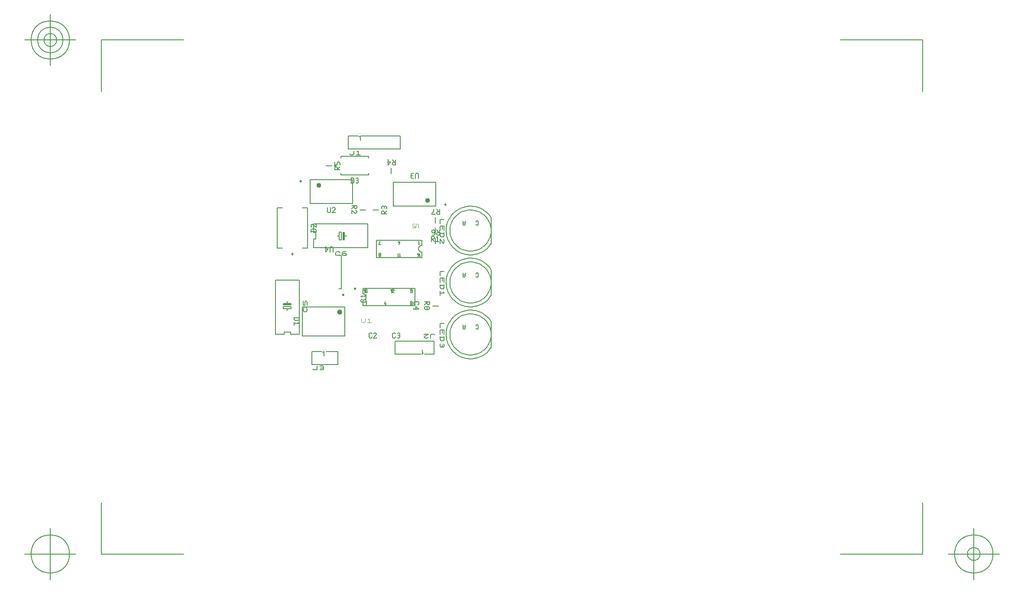
<source format=gbr>
G04 Generated by Ultiboard 13.0 *
%FSLAX34Y34*%
%MOMM*%

%ADD10C,0.0001*%
%ADD11C,0.2032*%
%ADD12C,0.1556*%
%ADD13C,0.5000*%
%ADD14C,0.2000*%
%ADD15C,0.2500*%
%ADD16C,0.0010*%
%ADD17C,0.0706*%
%ADD18C,0.1270*%
%ADD19C,0.95000*%


G04 ColorRGB FFFF00 for the following layer *
%LNSilkscreen Top*%
%LPD*%
G54D10*
G54D11*
X397964Y479354D02*
X399475Y476532D01*
X399475Y473710D01*
X397964Y470888D01*
X393428Y470888D01*
X391916Y473710D01*
X391916Y476532D01*
X393428Y479354D01*
X391916Y492054D02*
X391916Y483588D01*
X394940Y483588D01*
X394940Y489232D01*
X396452Y492054D01*
X397964Y492054D01*
X399475Y489232D01*
X399475Y483588D01*
X337397Y533400D02*
X337397Y427567D01*
X383963Y427567D02*
X383963Y533400D01*
X354330Y431800D02*
X367030Y431800D01*
X367030Y427567D02*
X383963Y427567D01*
X367030Y431800D02*
X367030Y427567D01*
X337397Y427567D02*
X354330Y427567D01*
X354330Y431800D01*
X360680Y487680D02*
X360680Y491490D01*
X368300Y477520D02*
X353060Y477520D01*
X353060Y485140D02*
X368300Y485140D01*
X353060Y481330D02*
X368300Y481330D01*
X353060Y486410D02*
X368300Y486410D01*
X368300Y487680D02*
X353060Y487680D01*
X360680Y477520D02*
X360680Y473710D01*
X383963Y533400D02*
X337397Y533400D01*
X368300Y481330D02*
X368300Y477520D01*
X353060Y481330D02*
X353060Y477520D01*
X410351Y358956D02*
X413173Y357445D01*
X415996Y357445D01*
X418818Y358956D01*
X418818Y365004D01*
X424462Y364248D02*
X425873Y365004D01*
X428696Y365004D01*
X431518Y363492D01*
X431518Y361980D01*
X430107Y361224D01*
X431518Y360468D01*
X431518Y358956D01*
X428696Y357445D01*
X425873Y357445D01*
X424462Y358200D01*
X425873Y361224D02*
X430107Y361224D01*
X459740Y368300D02*
X408940Y368300D01*
X427990Y393700D02*
X408940Y393700D01*
X408940Y368300D01*
X459740Y393700D02*
X436457Y393700D01*
X432223Y393700D02*
X432223Y385233D01*
X430107Y391583D02*
X432223Y393700D01*
X459740Y393700D02*
X459740Y368300D01*
X461460Y516140D02*
X466710Y516140D01*
X461460Y581140D02*
X466710Y581140D01*
X466710Y516140D02*
X466710Y581140D01*
X610028Y483067D02*
X508428Y483067D01*
X508428Y516933D02*
X610028Y516933D01*
X508428Y493650D02*
X508981Y493674D01*
X509531Y493747D01*
X510071Y493867D01*
X510600Y494033D01*
X511111Y494245D01*
X511603Y494501D01*
X512070Y494799D01*
X512510Y495136D01*
X512918Y495510D01*
X513292Y495919D01*
X513629Y496358D01*
X513927Y496825D01*
X514183Y497317D01*
X514395Y497829D01*
X514561Y498357D01*
X514681Y498898D01*
X514754Y499447D01*
X514778Y500000D01*
X514754Y500554D01*
X514681Y501103D01*
X514561Y501644D01*
X514395Y502172D01*
X514183Y502684D01*
X513927Y503175D01*
X513629Y503643D01*
X513292Y504082D01*
X512918Y504490D01*
X512510Y504865D01*
X512070Y505202D01*
X511603Y505500D01*
X511111Y505755D01*
X510600Y505967D01*
X510071Y506134D01*
X509530Y506254D01*
X508981Y506326D01*
X508428Y506350D01*
X516894Y513546D02*
X516888Y513694D01*
X516868Y513840D01*
X516836Y513985D01*
X516792Y514125D01*
X516736Y514262D01*
X516667Y514393D01*
X516588Y514518D01*
X516498Y514635D01*
X516398Y514744D01*
X516289Y514843D01*
X516172Y514933D01*
X516048Y515013D01*
X515916Y515081D01*
X515780Y515138D01*
X515639Y515182D01*
X515495Y515214D01*
X515348Y515233D01*
X515201Y515240D01*
X515053Y515233D01*
X514907Y515214D01*
X514763Y515182D01*
X514622Y515138D01*
X514485Y515081D01*
X514354Y515013D01*
X514230Y514933D01*
X514112Y514843D01*
X514003Y514744D01*
X513904Y514635D01*
X513814Y514518D01*
X513734Y514393D01*
X513666Y514262D01*
X513610Y514125D01*
X513565Y513985D01*
X513533Y513840D01*
X513514Y513694D01*
X513508Y513546D01*
X515201Y484760D02*
X515201Y491533D01*
X513508Y489840D01*
X516894Y510160D02*
X516888Y510308D01*
X516868Y510454D01*
X516836Y510599D01*
X516792Y510739D01*
X516736Y510876D01*
X516667Y511007D01*
X516588Y511132D01*
X516498Y511249D01*
X516398Y511358D01*
X516289Y511457D01*
X516172Y511547D01*
X516048Y511627D01*
X515916Y511695D01*
X515780Y511752D01*
X515639Y511796D01*
X515495Y511828D01*
X515348Y511847D01*
X515201Y511854D01*
X515053Y511847D01*
X514907Y511828D01*
X514763Y511796D01*
X514622Y511752D01*
X514485Y511695D01*
X514354Y511627D01*
X514230Y511547D01*
X514112Y511457D01*
X514003Y511358D01*
X513904Y511249D01*
X513814Y511132D01*
X513734Y511007D01*
X513666Y510876D01*
X513610Y510739D01*
X513565Y510599D01*
X513533Y510454D01*
X513514Y510308D01*
X513508Y510160D01*
X513514Y510013D01*
X513533Y509866D01*
X513565Y509722D01*
X513610Y509581D01*
X513666Y509445D01*
X513734Y509314D01*
X513814Y509189D01*
X513904Y509072D01*
X514003Y508963D01*
X514112Y508863D01*
X514230Y508773D01*
X514354Y508694D01*
X514485Y508626D01*
X514622Y508569D01*
X514763Y508525D01*
X514907Y508493D01*
X515053Y508473D01*
X515201Y508467D01*
X515348Y508473D01*
X515495Y508493D01*
X515639Y508525D01*
X515780Y508569D01*
X515916Y508626D01*
X516048Y508694D01*
X516172Y508773D01*
X516289Y508863D01*
X516398Y508963D01*
X516498Y509072D01*
X516588Y509189D01*
X516667Y509314D01*
X516736Y509445D01*
X516792Y509581D01*
X516836Y509722D01*
X516868Y509866D01*
X516888Y510013D01*
X516894Y510160D01*
X508428Y506350D02*
X508428Y516933D01*
X511815Y508467D02*
X511815Y515240D01*
X513508Y510160D02*
X513508Y513547D01*
X508428Y483067D02*
X508428Y493650D01*
X511815Y515240D02*
X510121Y513547D01*
X554148Y486453D02*
X550761Y486453D01*
X550761Y488147D02*
X552455Y491533D01*
X550761Y486453D02*
X550761Y488147D01*
X552455Y484760D02*
X552455Y488147D01*
X567695Y511853D02*
X567842Y511859D01*
X567989Y511879D01*
X568133Y511911D01*
X568274Y511955D01*
X568410Y512012D01*
X568542Y512080D01*
X568666Y512159D01*
X568783Y512249D01*
X568892Y512349D01*
X568992Y512458D01*
X569082Y512575D01*
X569161Y512700D01*
X569230Y512831D01*
X569286Y512967D01*
X569330Y513108D01*
X569362Y513252D01*
X569382Y513399D01*
X569388Y513546D01*
X569382Y513694D01*
X569362Y513840D01*
X569330Y513985D01*
X569286Y514125D01*
X569230Y514262D01*
X569161Y514393D01*
X569082Y514518D01*
X568992Y514635D01*
X568892Y514744D01*
X568783Y514844D01*
X568666Y514933D01*
X568542Y515013D01*
X568410Y515081D01*
X568274Y515138D01*
X568133Y515182D01*
X567989Y515214D01*
X567842Y515233D01*
X567695Y515240D01*
X567547Y515233D01*
X567401Y515214D01*
X567257Y515182D01*
X567116Y515138D01*
X566979Y515081D01*
X566848Y515013D01*
X566724Y514933D01*
X566606Y514844D01*
X566497Y514744D01*
X566398Y514635D01*
X566308Y514518D01*
X566228Y514393D01*
X566160Y514262D01*
X566104Y514125D01*
X566059Y513985D01*
X566027Y513840D01*
X566008Y513694D01*
X566002Y513546D01*
X564308Y515240D02*
X564308Y508467D01*
X567695Y511854D02*
X567547Y511847D01*
X567401Y511828D01*
X567257Y511796D01*
X567116Y511752D01*
X566979Y511695D01*
X566848Y511627D01*
X566724Y511547D01*
X566606Y511458D01*
X566497Y511358D01*
X566398Y511249D01*
X566308Y511132D01*
X566228Y511007D01*
X566160Y510876D01*
X566104Y510739D01*
X566059Y510599D01*
X566027Y510454D01*
X566008Y510308D01*
X566002Y510160D01*
X569388Y508467D02*
X566001Y508467D01*
X566001Y510160D01*
X562615Y513547D02*
X564308Y515240D01*
X610028Y516933D02*
X610028Y483067D01*
X604948Y513547D02*
X604948Y510160D01*
X604948Y513546D02*
X604942Y513694D01*
X604922Y513840D01*
X604890Y513985D01*
X604846Y514125D01*
X604790Y514262D01*
X604721Y514393D01*
X604642Y514518D01*
X604552Y514635D01*
X604452Y514744D01*
X604343Y514843D01*
X604226Y514933D01*
X604102Y515013D01*
X603970Y515081D01*
X603834Y515138D01*
X603693Y515182D01*
X603549Y515214D01*
X603402Y515233D01*
X603255Y515240D01*
X603107Y515233D01*
X602961Y515214D01*
X602817Y515182D01*
X602676Y515138D01*
X602539Y515081D01*
X602408Y515013D01*
X602284Y514933D01*
X602166Y514843D01*
X602057Y514744D01*
X601958Y514635D01*
X601868Y514518D01*
X601788Y514393D01*
X601720Y514262D01*
X601664Y514125D01*
X601619Y513985D01*
X601587Y513840D01*
X601568Y513694D01*
X601562Y513546D01*
X601568Y513399D01*
X601587Y513252D01*
X601619Y513108D01*
X601664Y512967D01*
X601720Y512831D01*
X601788Y512700D01*
X601868Y512575D01*
X601958Y512458D01*
X602057Y512349D01*
X602166Y512249D01*
X602284Y512159D01*
X602408Y512080D01*
X602539Y512012D01*
X602676Y511955D01*
X602817Y511911D01*
X602961Y511879D01*
X603107Y511859D01*
X603255Y511853D01*
X603402Y511859D01*
X603549Y511879D01*
X603693Y511911D01*
X603834Y511955D01*
X603970Y512012D01*
X604102Y512080D01*
X604226Y512159D01*
X604343Y512249D01*
X604452Y512349D01*
X604552Y512458D01*
X604642Y512575D01*
X604721Y512700D01*
X604790Y512831D01*
X604846Y512967D01*
X604890Y513108D01*
X604922Y513252D01*
X604942Y513399D01*
X604948Y513546D01*
X604948Y486453D02*
X604942Y486601D01*
X604922Y486747D01*
X604890Y486892D01*
X604846Y487032D01*
X604790Y487169D01*
X604721Y487300D01*
X604642Y487425D01*
X604552Y487542D01*
X604452Y487651D01*
X604343Y487750D01*
X604226Y487840D01*
X604102Y487920D01*
X603970Y487988D01*
X603834Y488045D01*
X603693Y488089D01*
X603549Y488121D01*
X603402Y488140D01*
X603255Y488147D01*
X603107Y488140D01*
X602961Y488121D01*
X602817Y488089D01*
X602676Y488045D01*
X602539Y487988D01*
X602408Y487920D01*
X602284Y487840D01*
X602166Y487750D01*
X602057Y487651D01*
X601958Y487542D01*
X601868Y487425D01*
X601788Y487300D01*
X601720Y487169D01*
X601664Y487032D01*
X601619Y486892D01*
X601587Y486747D01*
X601568Y486601D01*
X601562Y486453D01*
X601568Y486306D01*
X601587Y486159D01*
X601619Y486015D01*
X601664Y485874D01*
X601720Y485738D01*
X601788Y485607D01*
X601868Y485482D01*
X601958Y485365D01*
X602057Y485256D01*
X602166Y485156D01*
X602284Y485066D01*
X602408Y484987D01*
X602539Y484919D01*
X602676Y484862D01*
X602817Y484818D01*
X602961Y484786D01*
X603107Y484766D01*
X603255Y484760D01*
X603402Y484766D01*
X603549Y484786D01*
X603693Y484818D01*
X603834Y484862D01*
X603970Y484919D01*
X604102Y484987D01*
X604226Y485066D01*
X604343Y485156D01*
X604452Y485256D01*
X604552Y485365D01*
X604642Y485482D01*
X604721Y485607D01*
X604790Y485738D01*
X604846Y485874D01*
X604890Y486015D01*
X604922Y486159D01*
X604942Y486306D01*
X604948Y486453D01*
X604948Y489840D02*
X604942Y489988D01*
X604922Y490134D01*
X604890Y490279D01*
X604846Y490419D01*
X604790Y490556D01*
X604721Y490687D01*
X604642Y490812D01*
X604552Y490929D01*
X604452Y491038D01*
X604343Y491137D01*
X604226Y491227D01*
X604102Y491307D01*
X603970Y491375D01*
X603834Y491432D01*
X603693Y491476D01*
X603549Y491508D01*
X603402Y491527D01*
X603255Y491534D01*
X603107Y491527D01*
X602961Y491508D01*
X602817Y491476D01*
X602676Y491432D01*
X602539Y491375D01*
X602408Y491307D01*
X602284Y491227D01*
X602166Y491137D01*
X602057Y491038D01*
X601958Y490929D01*
X601868Y490812D01*
X601788Y490687D01*
X601720Y490556D01*
X601664Y490419D01*
X601619Y490279D01*
X601587Y490134D01*
X601568Y489988D01*
X601562Y489840D01*
X601568Y489693D01*
X601587Y489546D01*
X601619Y489402D01*
X601664Y489261D01*
X601720Y489125D01*
X601788Y488994D01*
X601868Y488869D01*
X601958Y488752D01*
X602057Y488643D01*
X602166Y488543D01*
X602284Y488453D01*
X602408Y488374D01*
X602539Y488306D01*
X602676Y488249D01*
X602817Y488205D01*
X602961Y488173D01*
X603107Y488153D01*
X603255Y488147D01*
X603402Y488153D01*
X603549Y488173D01*
X603693Y488205D01*
X603834Y488249D01*
X603970Y488306D01*
X604102Y488374D01*
X604226Y488453D01*
X604343Y488543D01*
X604452Y488643D01*
X604552Y488752D01*
X604642Y488869D01*
X604721Y488994D01*
X604790Y489125D01*
X604846Y489261D01*
X604890Y489402D01*
X604922Y489546D01*
X604942Y489693D01*
X604948Y489840D01*
X601562Y510160D02*
X601568Y510013D01*
X601587Y509866D01*
X601619Y509722D01*
X601664Y509581D01*
X601720Y509445D01*
X601788Y509314D01*
X601868Y509189D01*
X601958Y509072D01*
X602057Y508963D01*
X602166Y508863D01*
X602284Y508773D01*
X602408Y508694D01*
X602539Y508626D01*
X602676Y508569D01*
X602817Y508525D01*
X602961Y508493D01*
X603107Y508473D01*
X603255Y508467D01*
X603402Y508473D01*
X603549Y508493D01*
X603693Y508525D01*
X603834Y508569D01*
X603970Y508626D01*
X604102Y508694D01*
X604226Y508773D01*
X604343Y508863D01*
X604452Y508963D01*
X604552Y509072D01*
X604642Y509189D01*
X604721Y509314D01*
X604790Y509445D01*
X604846Y509581D01*
X604890Y509722D01*
X604922Y509866D01*
X604942Y510013D01*
X604948Y510160D01*
X648829Y425904D02*
X646007Y427415D01*
X643184Y427415D01*
X640362Y425904D01*
X640362Y419856D01*
X636129Y421368D02*
X633307Y419856D01*
X630484Y419856D01*
X627662Y421368D01*
X627662Y422124D01*
X636129Y427415D01*
X627662Y427415D01*
X627662Y426660D01*
X647700Y388620D02*
X647700Y414020D01*
X571500Y388620D02*
X571500Y414020D01*
X571500Y388620D02*
X622300Y388620D01*
X628650Y388620D02*
X647700Y388620D01*
X624417Y388620D02*
X624417Y397087D01*
X626533Y390737D02*
X624417Y388620D01*
X571500Y414020D02*
X647700Y414020D01*
X667264Y549769D02*
X659705Y549769D01*
X659705Y541302D01*
X659705Y528602D02*
X659705Y537069D01*
X663484Y537069D01*
X667264Y537069D01*
X667264Y528602D01*
X663484Y537069D02*
X663484Y531424D01*
X659705Y524369D02*
X659705Y518724D01*
X661216Y515902D01*
X665752Y515902D01*
X667264Y518724D01*
X667264Y524369D01*
X667264Y522958D02*
X659705Y522958D01*
X665752Y510258D02*
X667264Y507436D01*
X659705Y507436D01*
X659705Y511669D02*
X659705Y503202D01*
X758762Y554258D02*
X756349Y557641D01*
X753651Y560800D01*
X750687Y563712D01*
X747481Y566355D01*
X744057Y568708D01*
X740441Y570754D01*
X736661Y572477D01*
X732744Y573864D01*
X728722Y574904D01*
X724624Y575590D01*
X720482Y575916D01*
X716328Y575880D01*
X712192Y575482D01*
X708107Y574724D01*
X704103Y573614D01*
X700211Y572159D01*
X696461Y570370D01*
X692882Y568262D01*
X689499Y565849D01*
X686340Y563151D01*
X683428Y560187D01*
X680785Y556981D01*
X678432Y553557D01*
X676386Y549941D01*
X674663Y546161D01*
X673276Y542244D01*
X672236Y538222D01*
X671550Y534124D01*
X671224Y529982D01*
X671260Y525828D01*
X671658Y521692D01*
X672416Y517607D01*
X673526Y513603D01*
X674981Y509711D01*
X676770Y505961D01*
X678878Y502382D01*
X681291Y498999D01*
X683989Y495840D01*
X686953Y492928D01*
X690159Y490285D01*
X693583Y487932D01*
X697199Y485886D01*
X700979Y484163D01*
X704896Y482776D01*
X708918Y481736D01*
X713016Y481050D01*
X717158Y480724D01*
X721312Y480760D01*
X725448Y481158D01*
X729533Y481916D01*
X733537Y483026D01*
X737429Y484481D01*
X741179Y486270D01*
X744758Y488378D01*
X748141Y490791D01*
X751300Y493489D01*
X754212Y496453D01*
X756855Y499659D01*
X758762Y502382D01*
X678603Y528320D02*
X678756Y524815D01*
X679214Y521336D01*
X679974Y517911D01*
X681029Y514565D01*
X682371Y511324D01*
X683991Y508212D01*
X685876Y505253D01*
X688012Y502469D01*
X690383Y499883D01*
X692969Y497512D01*
X695753Y495376D01*
X698712Y493491D01*
X701824Y491871D01*
X705065Y490529D01*
X708411Y489474D01*
X711836Y488714D01*
X715315Y488256D01*
X718820Y488103D01*
X722325Y488256D01*
X725804Y488714D01*
X729229Y489474D01*
X732575Y490529D01*
X735816Y491871D01*
X738928Y493491D01*
X741887Y495376D01*
X744671Y497512D01*
X747257Y499883D01*
X749628Y502469D01*
X751764Y505253D01*
X753649Y508212D01*
X755269Y511324D01*
X756611Y514565D01*
X757666Y517911D01*
X758426Y521336D01*
X758884Y524815D01*
X759037Y528320D01*
X758884Y531825D01*
X758426Y535304D01*
X757666Y538729D01*
X756611Y542075D01*
X755269Y545316D01*
X753649Y548428D01*
X751764Y551387D01*
X749628Y554171D01*
X747257Y556757D01*
X744671Y559128D01*
X741887Y561264D01*
X738928Y563149D01*
X735816Y564769D01*
X732575Y566111D01*
X729229Y567166D01*
X725804Y567926D01*
X722325Y568384D01*
X718820Y568537D01*
X715315Y568384D01*
X711836Y567926D01*
X708411Y567166D01*
X705065Y566111D01*
X701824Y564769D01*
X698712Y563149D01*
X695753Y561264D01*
X692969Y559128D01*
X690383Y556757D01*
X688012Y554171D01*
X685876Y551387D01*
X683991Y548428D01*
X682371Y545316D01*
X681029Y542075D01*
X679974Y538729D01*
X679214Y535304D01*
X678756Y531825D01*
X678603Y528320D01*
X708237Y543137D02*
X704003Y543137D01*
X704003Y541020D02*
X704011Y540836D01*
X704035Y540652D01*
X704075Y540472D01*
X704131Y540296D01*
X704202Y540125D01*
X704287Y539962D01*
X704386Y539806D01*
X704499Y539659D01*
X704623Y539523D01*
X704759Y539399D01*
X704906Y539286D01*
X705062Y539187D01*
X705225Y539102D01*
X705396Y539031D01*
X705572Y538975D01*
X705752Y538935D01*
X705936Y538911D01*
X706120Y538903D01*
X706304Y538911D01*
X706488Y538935D01*
X706668Y538975D01*
X706844Y539031D01*
X707015Y539102D01*
X707178Y539187D01*
X707334Y539286D01*
X707481Y539399D01*
X707617Y539523D01*
X707741Y539659D01*
X707854Y539806D01*
X707953Y539962D01*
X708038Y540125D01*
X708109Y540296D01*
X708165Y540472D01*
X708205Y540652D01*
X708229Y540836D01*
X708237Y541020D01*
X759037Y502920D02*
X759037Y553720D01*
X708237Y547370D02*
X708237Y541020D01*
X733637Y545253D02*
X733629Y545437D01*
X733605Y545621D01*
X733565Y545801D01*
X733509Y545977D01*
X733438Y546148D01*
X733353Y546311D01*
X733254Y546467D01*
X733141Y546614D01*
X733017Y546750D01*
X732881Y546874D01*
X732734Y546987D01*
X732578Y547086D01*
X732415Y547171D01*
X732244Y547242D01*
X732068Y547298D01*
X731888Y547338D01*
X731704Y547362D01*
X731520Y547370D01*
X731336Y547362D01*
X731152Y547338D01*
X730972Y547298D01*
X730796Y547242D01*
X730625Y547171D01*
X730462Y547086D01*
X730306Y546987D01*
X730159Y546874D01*
X730023Y546750D01*
X729899Y546614D01*
X729786Y546467D01*
X729687Y546311D01*
X729602Y546148D01*
X729531Y545977D01*
X729475Y545801D01*
X729435Y545621D01*
X729411Y545437D01*
X729403Y545253D01*
X729403Y545253D01*
X733637Y545253D02*
X733637Y541020D01*
X729403Y541020D02*
X729411Y540836D01*
X729435Y540652D01*
X729475Y540472D01*
X729531Y540296D01*
X729602Y540125D01*
X729687Y539962D01*
X729786Y539806D01*
X729899Y539659D01*
X730023Y539523D01*
X730159Y539399D01*
X730306Y539286D01*
X730462Y539187D01*
X730625Y539102D01*
X730796Y539031D01*
X730972Y538975D01*
X731152Y538935D01*
X731336Y538911D01*
X731520Y538903D01*
X731704Y538911D01*
X731888Y538935D01*
X732068Y538975D01*
X732244Y539031D01*
X732415Y539102D01*
X732578Y539187D01*
X732734Y539286D01*
X732881Y539399D01*
X733017Y539523D01*
X733141Y539659D01*
X733254Y539806D01*
X733353Y539962D01*
X733438Y540125D01*
X733509Y540296D01*
X733565Y540472D01*
X733605Y540652D01*
X733629Y540836D01*
X733637Y541020D01*
X704003Y547370D02*
X704003Y541020D01*
X667264Y448169D02*
X659705Y448169D01*
X659705Y439702D01*
X659705Y427002D02*
X659705Y435469D01*
X663484Y435469D01*
X667264Y435469D01*
X667264Y427002D01*
X663484Y435469D02*
X663484Y429824D01*
X659705Y422769D02*
X659705Y417124D01*
X661216Y414302D01*
X665752Y414302D01*
X667264Y417124D01*
X667264Y422769D01*
X667264Y421358D02*
X659705Y421358D01*
X666508Y408658D02*
X667264Y407247D01*
X667264Y404424D01*
X665752Y401602D01*
X664240Y401602D01*
X663484Y403013D01*
X662728Y401602D01*
X661216Y401602D01*
X659705Y404424D01*
X659705Y407247D01*
X660460Y408658D01*
X663484Y407247D02*
X663484Y403013D01*
X758762Y452658D02*
X756349Y456041D01*
X753651Y459200D01*
X750687Y462112D01*
X747481Y464755D01*
X744057Y467108D01*
X740441Y469154D01*
X736661Y470877D01*
X732744Y472264D01*
X728722Y473304D01*
X724624Y473990D01*
X720482Y474316D01*
X716328Y474280D01*
X712192Y473882D01*
X708107Y473124D01*
X704103Y472014D01*
X700211Y470559D01*
X696461Y468770D01*
X692882Y466662D01*
X689499Y464249D01*
X686340Y461551D01*
X683428Y458587D01*
X680785Y455381D01*
X678432Y451957D01*
X676386Y448341D01*
X674663Y444561D01*
X673276Y440644D01*
X672236Y436622D01*
X671550Y432524D01*
X671224Y428382D01*
X671260Y424228D01*
X671658Y420092D01*
X672416Y416007D01*
X673526Y412003D01*
X674981Y408111D01*
X676770Y404361D01*
X678878Y400782D01*
X681291Y397399D01*
X683989Y394240D01*
X686953Y391328D01*
X690159Y388685D01*
X693583Y386332D01*
X697199Y384286D01*
X700979Y382563D01*
X704896Y381176D01*
X708918Y380136D01*
X713016Y379450D01*
X717158Y379124D01*
X721312Y379160D01*
X725448Y379558D01*
X729533Y380316D01*
X733537Y381426D01*
X737429Y382881D01*
X741179Y384670D01*
X744758Y386778D01*
X748141Y389191D01*
X751300Y391889D01*
X754212Y394853D01*
X756855Y398059D01*
X758762Y400782D01*
X678603Y426720D02*
X678756Y423215D01*
X679214Y419736D01*
X679974Y416311D01*
X681029Y412965D01*
X682371Y409724D01*
X683991Y406612D01*
X685876Y403653D01*
X688012Y400869D01*
X690383Y398283D01*
X692969Y395912D01*
X695753Y393776D01*
X698712Y391891D01*
X701824Y390271D01*
X705065Y388929D01*
X708411Y387874D01*
X711836Y387114D01*
X715315Y386656D01*
X718820Y386503D01*
X722325Y386656D01*
X725804Y387114D01*
X729229Y387874D01*
X732575Y388929D01*
X735816Y390271D01*
X738928Y391891D01*
X741887Y393776D01*
X744671Y395912D01*
X747257Y398283D01*
X749628Y400869D01*
X751764Y403653D01*
X753649Y406612D01*
X755269Y409724D01*
X756611Y412965D01*
X757666Y416311D01*
X758426Y419736D01*
X758884Y423215D01*
X759037Y426720D01*
X758884Y430225D01*
X758426Y433704D01*
X757666Y437129D01*
X756611Y440475D01*
X755269Y443716D01*
X753649Y446828D01*
X751764Y449787D01*
X749628Y452571D01*
X747257Y455157D01*
X744671Y457528D01*
X741887Y459664D01*
X738928Y461549D01*
X735816Y463169D01*
X732575Y464511D01*
X729229Y465566D01*
X725804Y466326D01*
X722325Y466784D01*
X718820Y466937D01*
X715315Y466784D01*
X711836Y466326D01*
X708411Y465566D01*
X705065Y464511D01*
X701824Y463169D01*
X698712Y461549D01*
X695753Y459664D01*
X692969Y457528D01*
X690383Y455157D01*
X688012Y452571D01*
X685876Y449787D01*
X683991Y446828D01*
X682371Y443716D01*
X681029Y440475D01*
X679974Y437129D01*
X679214Y433704D01*
X678756Y430225D01*
X678603Y426720D01*
X708237Y441537D02*
X704003Y441537D01*
X704003Y439420D02*
X704011Y439236D01*
X704035Y439052D01*
X704075Y438872D01*
X704131Y438696D01*
X704202Y438525D01*
X704287Y438362D01*
X704386Y438206D01*
X704499Y438059D01*
X704623Y437923D01*
X704759Y437799D01*
X704906Y437686D01*
X705062Y437587D01*
X705225Y437502D01*
X705396Y437431D01*
X705572Y437375D01*
X705752Y437335D01*
X705936Y437311D01*
X706120Y437303D01*
X706304Y437311D01*
X706488Y437335D01*
X706668Y437375D01*
X706844Y437431D01*
X707015Y437502D01*
X707178Y437587D01*
X707334Y437686D01*
X707481Y437799D01*
X707617Y437923D01*
X707741Y438059D01*
X707854Y438206D01*
X707953Y438362D01*
X708038Y438525D01*
X708109Y438696D01*
X708165Y438872D01*
X708205Y439052D01*
X708229Y439236D01*
X708237Y439420D01*
X759037Y401320D02*
X759037Y452120D01*
X708237Y445770D02*
X708237Y439420D01*
X733637Y443653D02*
X733629Y443837D01*
X733605Y444021D01*
X733565Y444201D01*
X733509Y444377D01*
X733438Y444548D01*
X733353Y444711D01*
X733254Y444867D01*
X733141Y445014D01*
X733017Y445150D01*
X732881Y445274D01*
X732734Y445387D01*
X732578Y445486D01*
X732415Y445571D01*
X732244Y445642D01*
X732068Y445698D01*
X731888Y445738D01*
X731704Y445762D01*
X731520Y445770D01*
X731336Y445762D01*
X731152Y445738D01*
X730972Y445698D01*
X730796Y445642D01*
X730625Y445571D01*
X730462Y445486D01*
X730306Y445387D01*
X730159Y445274D01*
X730023Y445150D01*
X729899Y445014D01*
X729786Y444867D01*
X729687Y444711D01*
X729602Y444548D01*
X729531Y444377D01*
X729475Y444201D01*
X729435Y444021D01*
X729411Y443837D01*
X729403Y443653D01*
X729403Y443653D01*
X733637Y443653D02*
X733637Y439420D01*
X729403Y439420D02*
X729411Y439236D01*
X729435Y439052D01*
X729475Y438872D01*
X729531Y438696D01*
X729602Y438525D01*
X729687Y438362D01*
X729786Y438206D01*
X729899Y438059D01*
X730023Y437923D01*
X730159Y437799D01*
X730306Y437686D01*
X730462Y437587D01*
X730625Y437502D01*
X730796Y437431D01*
X730972Y437375D01*
X731152Y437335D01*
X731336Y437311D01*
X731520Y437303D01*
X731704Y437311D01*
X731888Y437335D01*
X732068Y437375D01*
X732244Y437431D01*
X732415Y437502D01*
X732578Y437587D01*
X732734Y437686D01*
X732881Y437799D01*
X733017Y437923D01*
X733141Y438059D01*
X733254Y438206D01*
X733353Y438362D01*
X733438Y438525D01*
X733509Y438696D01*
X733565Y438872D01*
X733605Y439052D01*
X733629Y439236D01*
X733637Y439420D01*
X704003Y445770D02*
X704003Y439420D01*
X464114Y582476D02*
X461292Y580965D01*
X458470Y580965D01*
X455648Y582476D01*
X455648Y587012D01*
X458470Y588524D01*
X461292Y588524D01*
X464114Y587012D01*
X475403Y588524D02*
X471170Y588524D01*
X468348Y587012D01*
X468348Y583988D01*
X468348Y582476D01*
X471170Y580965D01*
X473992Y580965D01*
X476814Y582476D01*
X476814Y583988D01*
X473992Y585500D01*
X471170Y585500D01*
X468348Y583988D01*
X518160Y643043D02*
X412327Y643043D01*
X412327Y596477D02*
X518160Y596477D01*
X416560Y626110D02*
X416560Y613410D01*
X412327Y613410D02*
X412327Y596477D01*
X416560Y613410D02*
X412327Y613410D01*
X412327Y643043D02*
X412327Y626110D01*
X416560Y626110D01*
X472440Y619760D02*
X476250Y619760D01*
X462280Y612140D02*
X462280Y627380D01*
X469900Y627380D02*
X469900Y612140D01*
X466090Y627380D02*
X466090Y612140D01*
X471170Y627380D02*
X471170Y612140D01*
X472440Y612140D02*
X472440Y627380D01*
X462280Y619760D02*
X458470Y619760D01*
X518160Y596477D02*
X518160Y643043D01*
X466090Y612140D02*
X462280Y612140D01*
X466090Y627380D02*
X462280Y627380D01*
X482525Y779509D02*
X485347Y777997D01*
X488170Y777997D01*
X490992Y779509D01*
X490992Y785557D01*
X496636Y784045D02*
X499459Y785557D01*
X499459Y777997D01*
X495225Y777997D02*
X503692Y777997D01*
X581660Y789940D02*
X480060Y789940D01*
X581660Y815340D02*
X505460Y815340D01*
X480060Y815340D02*
X480060Y789940D01*
X499110Y815340D02*
X480060Y815340D01*
X503343Y815340D02*
X503343Y806873D01*
X501227Y813223D02*
X503343Y815340D01*
X581660Y815340D02*
X581660Y789940D01*
X667264Y651369D02*
X659705Y651369D01*
X659705Y642902D01*
X659705Y630202D02*
X659705Y638669D01*
X663484Y638669D01*
X667264Y638669D01*
X667264Y630202D01*
X663484Y638669D02*
X663484Y633024D01*
X659705Y625969D02*
X659705Y620324D01*
X661216Y617502D01*
X665752Y617502D01*
X667264Y620324D01*
X667264Y625969D01*
X667264Y624558D02*
X659705Y624558D01*
X665752Y613269D02*
X667264Y610447D01*
X667264Y607624D01*
X665752Y604802D01*
X664996Y604802D01*
X659705Y613269D01*
X659705Y604802D01*
X660460Y604802D01*
X758762Y655858D02*
X756349Y659241D01*
X753651Y662400D01*
X750687Y665312D01*
X747481Y667955D01*
X744057Y670308D01*
X740441Y672354D01*
X736661Y674077D01*
X732744Y675464D01*
X728722Y676504D01*
X724624Y677190D01*
X720482Y677516D01*
X716328Y677480D01*
X712192Y677082D01*
X708107Y676324D01*
X704103Y675214D01*
X700211Y673759D01*
X696461Y671970D01*
X692882Y669862D01*
X689499Y667449D01*
X686340Y664751D01*
X683428Y661787D01*
X680785Y658581D01*
X678432Y655157D01*
X676386Y651541D01*
X674663Y647761D01*
X673276Y643844D01*
X672236Y639822D01*
X671550Y635724D01*
X671224Y631582D01*
X671260Y627428D01*
X671658Y623292D01*
X672416Y619207D01*
X673526Y615203D01*
X674981Y611311D01*
X676770Y607561D01*
X678878Y603982D01*
X681291Y600599D01*
X683989Y597440D01*
X686953Y594528D01*
X690159Y591885D01*
X693583Y589532D01*
X697199Y587486D01*
X700979Y585763D01*
X704896Y584376D01*
X708918Y583336D01*
X713016Y582650D01*
X717158Y582324D01*
X721312Y582360D01*
X725448Y582758D01*
X729533Y583516D01*
X733537Y584626D01*
X737429Y586081D01*
X741179Y587870D01*
X744758Y589978D01*
X748141Y592391D01*
X751300Y595089D01*
X754212Y598053D01*
X756855Y601259D01*
X758762Y603982D01*
X678603Y629920D02*
X678756Y626415D01*
X679214Y622936D01*
X679974Y619511D01*
X681029Y616165D01*
X682371Y612924D01*
X683991Y609812D01*
X685876Y606853D01*
X688012Y604069D01*
X690383Y601483D01*
X692969Y599112D01*
X695753Y596976D01*
X698712Y595091D01*
X701824Y593471D01*
X705065Y592129D01*
X708411Y591074D01*
X711836Y590314D01*
X715315Y589856D01*
X718820Y589703D01*
X722325Y589856D01*
X725804Y590314D01*
X729229Y591074D01*
X732575Y592129D01*
X735816Y593471D01*
X738928Y595091D01*
X741887Y596976D01*
X744671Y599112D01*
X747257Y601483D01*
X749628Y604069D01*
X751764Y606853D01*
X753649Y609812D01*
X755269Y612924D01*
X756611Y616165D01*
X757666Y619511D01*
X758426Y622936D01*
X758884Y626415D01*
X759037Y629920D01*
X758884Y633425D01*
X758426Y636904D01*
X757666Y640329D01*
X756611Y643675D01*
X755269Y646916D01*
X753649Y650028D01*
X751764Y652987D01*
X749628Y655771D01*
X747257Y658357D01*
X744671Y660728D01*
X741887Y662864D01*
X738928Y664749D01*
X735816Y666369D01*
X732575Y667711D01*
X729229Y668766D01*
X725804Y669526D01*
X722325Y669984D01*
X718820Y670137D01*
X715315Y669984D01*
X711836Y669526D01*
X708411Y668766D01*
X705065Y667711D01*
X701824Y666369D01*
X698712Y664749D01*
X695753Y662864D01*
X692969Y660728D01*
X690383Y658357D01*
X688012Y655771D01*
X685876Y652987D01*
X683991Y650028D01*
X682371Y646916D01*
X681029Y643675D01*
X679974Y640329D01*
X679214Y636904D01*
X678756Y633425D01*
X678603Y629920D01*
X708237Y648970D02*
X708237Y642620D01*
X704003Y642620D02*
X704011Y642436D01*
X704035Y642252D01*
X704075Y642072D01*
X704131Y641896D01*
X704202Y641725D01*
X704287Y641562D01*
X704386Y641406D01*
X704499Y641259D01*
X704623Y641123D01*
X704759Y640999D01*
X704906Y640886D01*
X705062Y640787D01*
X705225Y640702D01*
X705396Y640631D01*
X705572Y640575D01*
X705752Y640535D01*
X705936Y640511D01*
X706120Y640503D01*
X706304Y640511D01*
X706488Y640535D01*
X706668Y640575D01*
X706844Y640631D01*
X707015Y640702D01*
X707178Y640787D01*
X707334Y640886D01*
X707481Y640999D01*
X707617Y641123D01*
X707741Y641259D01*
X707854Y641406D01*
X707953Y641562D01*
X708038Y641725D01*
X708109Y641896D01*
X708165Y642072D01*
X708205Y642252D01*
X708229Y642436D01*
X708237Y642620D01*
X708237Y644737D02*
X704003Y644737D01*
X759037Y604520D02*
X759037Y655320D01*
X733637Y646853D02*
X733629Y647037D01*
X733605Y647221D01*
X733565Y647401D01*
X733509Y647577D01*
X733438Y647748D01*
X733353Y647911D01*
X733254Y648067D01*
X733141Y648214D01*
X733017Y648350D01*
X732881Y648474D01*
X732734Y648587D01*
X732578Y648686D01*
X732415Y648771D01*
X732244Y648842D01*
X732068Y648898D01*
X731888Y648938D01*
X731704Y648962D01*
X731520Y648970D01*
X731336Y648962D01*
X731152Y648938D01*
X730972Y648898D01*
X730796Y648842D01*
X730625Y648771D01*
X730462Y648686D01*
X730306Y648587D01*
X730159Y648474D01*
X730023Y648350D01*
X729899Y648214D01*
X729786Y648067D01*
X729687Y647911D01*
X729602Y647748D01*
X729531Y647577D01*
X729475Y647401D01*
X729435Y647221D01*
X729411Y647037D01*
X729403Y646853D01*
X729403Y646853D01*
X729403Y642620D02*
X729411Y642436D01*
X729435Y642252D01*
X729475Y642072D01*
X729531Y641896D01*
X729602Y641725D01*
X729687Y641562D01*
X729786Y641406D01*
X729899Y641259D01*
X730023Y641123D01*
X730159Y640999D01*
X730306Y640886D01*
X730462Y640787D01*
X730625Y640702D01*
X730796Y640631D01*
X730972Y640575D01*
X731152Y640535D01*
X731336Y640511D01*
X731520Y640503D01*
X731704Y640511D01*
X731888Y640535D01*
X732068Y640575D01*
X732244Y640631D01*
X732415Y640702D01*
X732578Y640787D01*
X732734Y640886D01*
X732881Y640999D01*
X733017Y641123D01*
X733141Y641259D01*
X733254Y641406D01*
X733353Y641562D01*
X733438Y641725D01*
X733509Y641896D01*
X733565Y642072D01*
X733605Y642252D01*
X733629Y642436D01*
X733637Y642620D01*
X733637Y646853D02*
X733637Y642620D01*
X704003Y648970D02*
X704003Y642620D01*
X534670Y611293D02*
X623570Y611293D01*
X623570Y577427D02*
X534670Y577427D01*
X577427Y607907D02*
X580813Y607907D01*
X579120Y580813D02*
X577427Y579120D01*
X579120Y609600D02*
X579120Y606213D01*
X580813Y606213D02*
X579120Y602827D01*
X623570Y600710D02*
X623017Y600686D01*
X622467Y600613D01*
X621926Y600493D01*
X621398Y600327D01*
X620886Y600115D01*
X620395Y599859D01*
X619928Y599561D01*
X619488Y599224D01*
X619080Y598850D01*
X618706Y598441D01*
X618368Y598002D01*
X618071Y597535D01*
X617815Y597043D01*
X617603Y596531D01*
X617436Y596003D01*
X617316Y595462D01*
X617244Y594913D01*
X617220Y594360D01*
X617244Y593806D01*
X617316Y593257D01*
X617436Y592716D01*
X617603Y592188D01*
X617815Y591676D01*
X618071Y591185D01*
X618368Y590717D01*
X618706Y590278D01*
X619080Y589870D01*
X619488Y589495D01*
X619928Y589158D01*
X620395Y588860D01*
X620886Y588605D01*
X621398Y588393D01*
X621927Y588226D01*
X622467Y588106D01*
X623017Y588034D01*
X623570Y588010D01*
X618067Y602827D02*
X619760Y604520D01*
X623570Y611293D02*
X623570Y600710D01*
X618067Y609600D02*
X618067Y602827D01*
X580813Y607907D02*
X580813Y606213D01*
X619760Y579120D02*
X619760Y585893D01*
X621453Y580813D02*
X619760Y579120D01*
X623570Y588010D02*
X623570Y577427D01*
X618067Y582507D02*
X616373Y579120D01*
X614680Y584200D02*
X618067Y584200D01*
X616373Y585893D02*
X616373Y582507D01*
X618067Y584200D02*
X618067Y582507D01*
X580813Y585893D02*
X580813Y579120D01*
X582507Y580813D01*
X534670Y577427D02*
X534670Y611293D01*
X541867Y609600D02*
X541867Y606213D01*
X540173Y604520D01*
X540173Y602827D02*
X543560Y602827D01*
X540173Y604520D02*
X540173Y602827D01*
X577427Y579120D02*
X577427Y585893D01*
X540174Y580814D02*
X540180Y580666D01*
X540199Y580520D01*
X540231Y580375D01*
X540276Y580235D01*
X540332Y580098D01*
X540401Y579967D01*
X540480Y579842D01*
X540570Y579725D01*
X540670Y579616D01*
X540779Y579517D01*
X540896Y579427D01*
X541020Y579347D01*
X541151Y579279D01*
X541288Y579222D01*
X541429Y579178D01*
X541573Y579146D01*
X541719Y579127D01*
X541867Y579120D01*
X542015Y579127D01*
X542161Y579146D01*
X542305Y579178D01*
X542446Y579222D01*
X542583Y579279D01*
X542714Y579347D01*
X542838Y579427D01*
X542955Y579517D01*
X543064Y579616D01*
X543164Y579725D01*
X543254Y579842D01*
X543333Y579967D01*
X543402Y580098D01*
X543458Y580235D01*
X543503Y580375D01*
X543535Y580520D01*
X543554Y580666D01*
X543560Y580814D01*
X543554Y580961D01*
X543535Y581108D01*
X543503Y581252D01*
X543458Y581393D01*
X543402Y581529D01*
X543333Y581660D01*
X543254Y581785D01*
X543164Y581902D01*
X543064Y582011D01*
X542955Y582111D01*
X542838Y582201D01*
X542714Y582280D01*
X542583Y582348D01*
X542446Y582405D01*
X542305Y582449D01*
X542161Y582481D01*
X542015Y582501D01*
X541867Y582507D01*
X541719Y582501D01*
X541573Y582481D01*
X541429Y582449D01*
X541288Y582405D01*
X541151Y582348D01*
X541020Y582280D01*
X540896Y582201D01*
X540779Y582111D01*
X540670Y582011D01*
X540570Y581902D01*
X540480Y581785D01*
X540401Y581660D01*
X540332Y581529D01*
X540276Y581393D01*
X540231Y581252D01*
X540199Y581108D01*
X540180Y580961D01*
X540174Y580814D01*
X540174Y584200D02*
X540180Y584052D01*
X540199Y583906D01*
X540231Y583761D01*
X540276Y583621D01*
X540332Y583484D01*
X540401Y583353D01*
X540480Y583228D01*
X540570Y583111D01*
X540670Y583002D01*
X540779Y582903D01*
X540896Y582813D01*
X541020Y582733D01*
X541151Y582665D01*
X541288Y582608D01*
X541429Y582564D01*
X541573Y582532D01*
X541719Y582513D01*
X541867Y582506D01*
X542015Y582513D01*
X542161Y582532D01*
X542305Y582564D01*
X542446Y582608D01*
X542583Y582665D01*
X542714Y582733D01*
X542838Y582813D01*
X542955Y582903D01*
X543064Y583002D01*
X543164Y583111D01*
X543254Y583228D01*
X543333Y583353D01*
X543402Y583484D01*
X543458Y583621D01*
X543503Y583761D01*
X543535Y583906D01*
X543554Y584052D01*
X543560Y584200D01*
X543554Y584347D01*
X543535Y584494D01*
X543503Y584638D01*
X543458Y584779D01*
X543402Y584915D01*
X543333Y585046D01*
X543254Y585171D01*
X543164Y585288D01*
X543064Y585397D01*
X542955Y585497D01*
X542838Y585587D01*
X542714Y585666D01*
X542583Y585734D01*
X542446Y585791D01*
X542305Y585835D01*
X542161Y585867D01*
X542015Y585887D01*
X541867Y585893D01*
X541719Y585887D01*
X541573Y585867D01*
X541429Y585835D01*
X541288Y585791D01*
X541151Y585734D01*
X541020Y585666D01*
X540896Y585587D01*
X540779Y585497D01*
X540670Y585397D01*
X540570Y585288D01*
X540480Y585171D01*
X540401Y585046D01*
X540332Y584915D01*
X540276Y584779D01*
X540231Y584638D01*
X540199Y584494D01*
X540180Y584347D01*
X540174Y584200D01*
G54D12*
X373800Y460084D02*
X373800Y456102D01*
X375800Y454111D01*
X381800Y454111D01*
X383800Y456102D01*
X383800Y460084D01*
X383800Y459089D02*
X373800Y459089D01*
X381800Y450129D02*
X383800Y448138D01*
X373800Y448138D01*
X373800Y451124D02*
X373800Y445151D01*
X449924Y587840D02*
X449924Y595840D01*
X447933Y597840D01*
X445942Y597840D01*
X443951Y595840D01*
X443951Y587840D01*
X434991Y593840D02*
X440964Y593840D01*
X435987Y587840D01*
X435987Y597840D01*
X436982Y597840D02*
X434991Y597840D01*
X512760Y495849D02*
X514760Y493858D01*
X514760Y491867D01*
X512760Y489876D01*
X506760Y489876D01*
X504760Y491867D01*
X504760Y493858D01*
X506760Y495849D01*
X506760Y499831D02*
X504760Y501822D01*
X514760Y501822D01*
X514760Y498836D02*
X514760Y504809D01*
X526329Y421960D02*
X524338Y419960D01*
X522347Y419960D01*
X520356Y421960D01*
X520356Y427960D01*
X522347Y429960D01*
X524338Y429960D01*
X526329Y427960D01*
X529316Y427960D02*
X531307Y429960D01*
X533298Y429960D01*
X535289Y427960D01*
X535289Y426960D01*
X529316Y419960D01*
X535289Y419960D01*
X535289Y420960D01*
X572049Y421960D02*
X570058Y419960D01*
X568067Y419960D01*
X566076Y421960D01*
X566076Y427960D01*
X568067Y429960D01*
X570058Y429960D01*
X572049Y427960D01*
X576031Y428960D02*
X577027Y429960D01*
X579018Y429960D01*
X581009Y427960D01*
X581009Y425960D01*
X580013Y424960D01*
X581009Y423960D01*
X581009Y421960D01*
X579018Y419960D01*
X577027Y419960D01*
X576031Y420960D01*
X577027Y424960D02*
X580013Y424960D01*
X609920Y484591D02*
X607920Y486582D01*
X607920Y488573D01*
X609920Y490564D01*
X615920Y490564D01*
X617920Y488573D01*
X617920Y486582D01*
X615920Y484591D01*
X611920Y475631D02*
X611920Y481604D01*
X617920Y476627D01*
X607920Y476627D01*
X607920Y477622D02*
X607920Y475631D01*
X628740Y490564D02*
X638740Y490564D01*
X638740Y486582D01*
X636740Y484591D01*
X635740Y484591D01*
X633740Y486582D01*
X633740Y490564D01*
X633740Y489569D02*
X628740Y484591D01*
X628740Y477622D02*
X628740Y479613D01*
X630740Y481604D01*
X632740Y481604D01*
X633740Y480609D01*
X634740Y481604D01*
X636740Y481604D01*
X638740Y479613D01*
X638740Y477622D01*
X636740Y475631D01*
X634740Y475631D01*
X633740Y476627D01*
X632740Y475631D01*
X630740Y475631D01*
X628740Y477622D01*
X633740Y480609D02*
X633740Y476627D01*
X416840Y627036D02*
X416840Y631018D01*
X414840Y633009D01*
X408840Y633009D01*
X406840Y631018D01*
X406840Y627036D01*
X406840Y628031D02*
X416840Y628031D01*
X408840Y635996D02*
X406840Y637987D01*
X406840Y639978D01*
X408840Y641969D01*
X409840Y641969D01*
X416840Y635996D01*
X416840Y641969D01*
X415840Y641969D01*
X439336Y675120D02*
X439336Y667120D01*
X441327Y665120D01*
X443318Y665120D01*
X445309Y667120D01*
X445309Y675120D01*
X448296Y673120D02*
X450287Y675120D01*
X452278Y675120D01*
X454269Y673120D01*
X454269Y672120D01*
X448296Y665120D01*
X454269Y665120D01*
X454269Y666120D01*
X486500Y678524D02*
X496500Y678524D01*
X496500Y674542D01*
X494500Y672551D01*
X493500Y672551D01*
X491500Y674542D01*
X491500Y678524D01*
X491500Y677529D02*
X486500Y672551D01*
X494500Y669564D02*
X496500Y667573D01*
X496500Y665582D01*
X494500Y663591D01*
X493500Y663591D01*
X486500Y669564D01*
X486500Y663591D01*
X487500Y663591D01*
X484796Y722420D02*
X488778Y722420D01*
X490769Y724420D01*
X490769Y730420D01*
X488778Y732420D01*
X484796Y732420D01*
X485791Y732420D02*
X485791Y722420D01*
X494751Y731420D02*
X495747Y732420D01*
X497738Y732420D01*
X499729Y730420D01*
X499729Y728420D01*
X498733Y727420D01*
X499729Y726420D01*
X499729Y724420D01*
X497738Y722420D01*
X495747Y722420D01*
X494751Y723420D01*
X495747Y727420D02*
X498733Y727420D01*
X463460Y748956D02*
X453460Y748956D01*
X453460Y752938D01*
X455460Y754929D01*
X456460Y754929D01*
X458460Y752938D01*
X458460Y748956D01*
X458460Y749951D02*
X463460Y754929D01*
X453460Y763889D02*
X453460Y757916D01*
X457460Y757916D01*
X457460Y761898D01*
X459460Y763889D01*
X461460Y763889D01*
X463460Y761898D01*
X463460Y757916D01*
X554900Y662596D02*
X544900Y662596D01*
X544900Y666578D01*
X546900Y668569D01*
X547900Y668569D01*
X549900Y666578D01*
X549900Y662596D01*
X549900Y663591D02*
X554900Y668569D01*
X545900Y672551D02*
X544900Y673547D01*
X544900Y675538D01*
X546900Y677529D01*
X548900Y677529D01*
X549900Y676533D01*
X550900Y677529D01*
X552900Y677529D01*
X554900Y675538D01*
X554900Y673547D01*
X553900Y672551D01*
X549900Y673547D02*
X549900Y676533D01*
X617304Y732040D02*
X617304Y740040D01*
X615313Y742040D01*
X613322Y742040D01*
X611331Y740040D01*
X611331Y732040D01*
X607349Y733040D02*
X606353Y732040D01*
X604362Y732040D01*
X602371Y734040D01*
X602371Y736040D01*
X603367Y737040D01*
X602371Y738040D01*
X602371Y740040D01*
X604362Y742040D01*
X606353Y742040D01*
X607349Y741040D01*
X606353Y737040D02*
X603367Y737040D01*
X658204Y671740D02*
X658204Y661740D01*
X654222Y661740D01*
X652231Y663740D01*
X652231Y664740D01*
X654222Y666740D01*
X658204Y666740D01*
X657209Y666740D02*
X652231Y671740D01*
X646258Y671740D02*
X646258Y666740D01*
X643271Y663740D01*
X643271Y661740D01*
X649244Y661740D01*
X649244Y663740D01*
X642276Y608420D02*
X642276Y618420D01*
X646258Y618420D01*
X648249Y616420D01*
X648249Y615420D01*
X646258Y613420D01*
X642276Y613420D01*
X643271Y613420D02*
X648249Y608420D01*
X652231Y616420D02*
X654222Y618420D01*
X654222Y608420D01*
X651236Y608420D02*
X657209Y608420D01*
X658204Y631100D02*
X658204Y621100D01*
X654222Y621100D01*
X652231Y623100D01*
X652231Y624100D01*
X654222Y626100D01*
X658204Y626100D01*
X657209Y626100D02*
X652231Y631100D01*
X644267Y621100D02*
X647253Y621100D01*
X649244Y623100D01*
X649244Y627100D01*
X649244Y629100D01*
X647253Y631100D01*
X645262Y631100D01*
X643271Y629100D01*
X643271Y627100D01*
X645262Y625100D01*
X647253Y625100D01*
X649244Y627100D01*
X571844Y768260D02*
X571844Y758260D01*
X567862Y758260D01*
X565871Y760260D01*
X565871Y761260D01*
X567862Y763260D01*
X571844Y763260D01*
X570849Y763260D02*
X565871Y768260D01*
X556911Y764260D02*
X562884Y764260D01*
X557907Y758260D01*
X557907Y768260D01*
X558902Y768260D02*
X556911Y768260D01*
G54D13*
X460592Y470424D02*
G75*
D01*
G02X460592Y470424I2500J0*
G01*
G54D14*
X473300Y423370D02*
X390300Y423370D01*
X390300Y480870D01*
X473300Y480870D01*
X473300Y423370D01*
X644740Y482600D02*
X655740Y482600D01*
X644740Y482600D02*
X655740Y482600D01*
X341340Y595500D02*
X341340Y674500D01*
X400340Y595500D02*
X400340Y674500D01*
X390340Y595500D02*
X400340Y595500D01*
X351340Y595500D02*
X341340Y595500D01*
X400340Y674500D02*
X390340Y674500D01*
X341340Y674500D02*
X351340Y674500D01*
X405790Y729620D02*
X488290Y729620D01*
X488290Y682620D01*
X405790Y682620D01*
X405790Y729620D01*
X502500Y670560D02*
X513500Y670560D01*
X502500Y670560D02*
X513500Y670560D01*
X465760Y738920D02*
X519760Y738920D01*
X465760Y774920D02*
X519760Y774920D01*
X465760Y742420D02*
X465760Y738920D01*
X465760Y771420D02*
X465760Y774920D01*
X519760Y738920D02*
X519760Y742420D01*
X519760Y774920D02*
X519760Y771420D01*
X447460Y756920D02*
X436460Y756920D01*
X447460Y756920D02*
X436460Y756920D01*
X538900Y670560D02*
X527900Y670560D01*
X538900Y670560D02*
X527900Y670560D01*
X650850Y677540D02*
X568350Y677540D01*
X568350Y724540D01*
X650850Y724540D01*
X650850Y677540D01*
X650240Y655740D02*
X650240Y644740D01*
X650240Y655740D02*
X650240Y644740D01*
X650240Y624420D02*
X650240Y635420D01*
X650240Y624420D02*
X650240Y635420D01*
X650240Y615100D02*
X650240Y604100D01*
X650240Y615100D02*
X650240Y604100D01*
X563880Y752260D02*
X563880Y741260D01*
X563880Y752260D02*
X563880Y741260D01*
G54D15*
X468650Y504190D02*
G75*
D01*
G02X468650Y504190I1250J0*
G01*
X491960Y516140D02*
G75*
D01*
G02X491960Y516140I1250J0*
G01*
X369590Y584000D02*
G75*
D01*
G02X369590Y584000I1250J0*
G01*
X385790Y726320D02*
G75*
D01*
G02X385790Y726320I1250J0*
G01*
X453010Y756920D02*
G75*
D01*
G02X453010Y756920I1250J0*
G01*
X668350Y680840D02*
G75*
D01*
G02X668350Y680840I1250J0*
G01*
G54D16*
X505659Y457440D02*
X505659Y451392D01*
X508199Y449880D01*
X510739Y449880D01*
X513279Y451392D01*
X513279Y457440D01*
X518359Y455928D02*
X520899Y457440D01*
X520899Y449880D01*
X517089Y449880D02*
X524709Y449880D01*
G54D17*
X616891Y635333D02*
X616891Y641380D01*
X615385Y642892D01*
X613880Y642892D01*
X612375Y641380D01*
X612375Y635333D01*
X605602Y635333D02*
X610117Y635333D01*
X610117Y638356D01*
X607107Y638356D01*
X605602Y639868D01*
X605602Y641380D01*
X607107Y642892D01*
X610117Y642892D01*
G54D18*
X-2540Y-2540D02*
X-2540Y97968D01*
X-2540Y-2540D02*
X157968Y-2540D01*
X1602540Y-2540D02*
X1442032Y-2540D01*
X1602540Y-2540D02*
X1602540Y97968D01*
X1602540Y1002540D02*
X1602540Y902032D01*
X1602540Y1002540D02*
X1442032Y1002540D01*
X-2540Y1002540D02*
X157968Y1002540D01*
X-2540Y1002540D02*
X-2540Y902032D01*
X-52540Y-2540D02*
X-152540Y-2540D01*
X-102540Y-52540D02*
X-102540Y47460D01*
X-140040Y-2540D02*
G75*
D01*
G02X-140040Y-2540I37500J0*
G01*
X1652540Y-2540D02*
X1752540Y-2540D01*
X1702540Y-52540D02*
X1702540Y47460D01*
X1665040Y-2540D02*
G75*
D01*
G02X1665040Y-2540I37500J0*
G01*
X1690040Y-2540D02*
G75*
D01*
G02X1690040Y-2540I12500J0*
G01*
X-52540Y1002540D02*
X-152540Y1002540D01*
X-102540Y952540D02*
X-102540Y1052540D01*
X-140040Y1002540D02*
G75*
D01*
G02X-140040Y1002540I37500J0*
G01*
X-127540Y1002540D02*
G75*
D01*
G02X-127540Y1002540I25000J0*
G01*
X-115040Y1002540D02*
G75*
D01*
G02X-115040Y1002540I12500J0*
G01*
G54D19*
X422040Y718120D03*
X634600Y689040D03*

M02*

</source>
